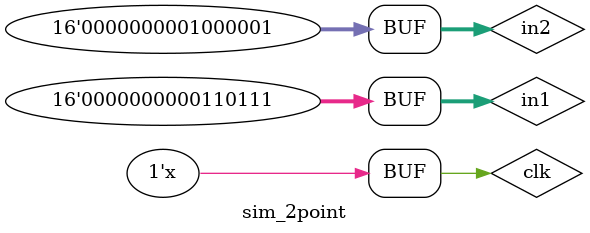
<source format=v>
`timescale 1ns / 1ps


module sim_2point;

reg clk;
reg [15:0] in1, in2;
wire [15:0] out1, out2;

Two_Point_FFT u1 (clk, in1, in2, out1, out2);

initial 
begin 
clk = 0;
in1 = 55;
in2 = 65;
end 

always #5 clk = ~clk;

endmodule

</source>
